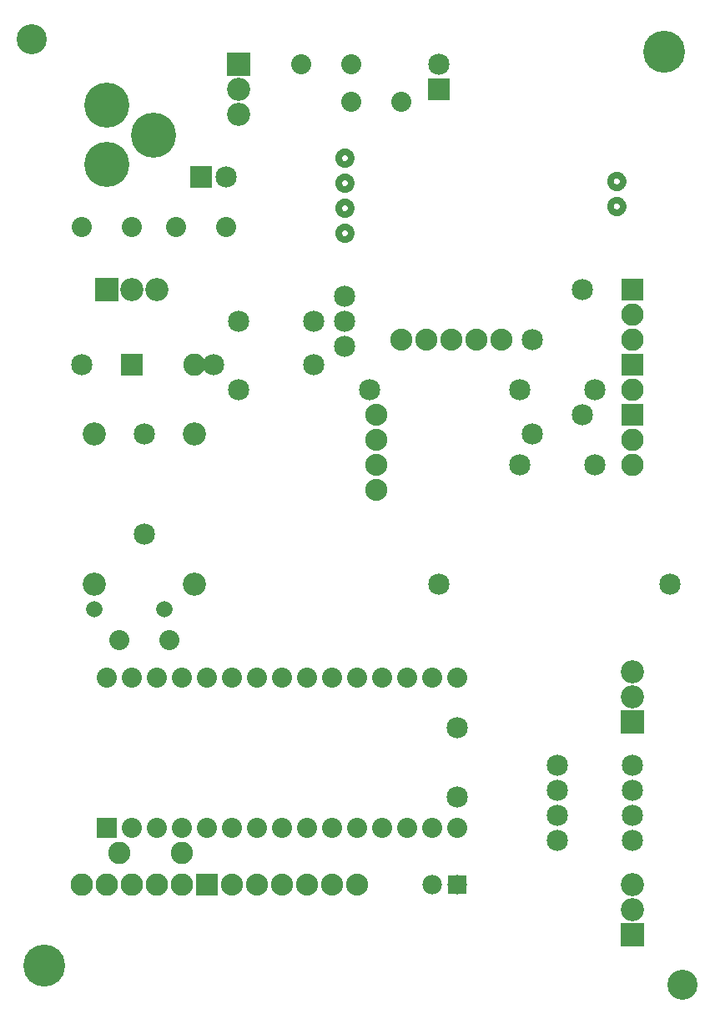
<source format=gts>
G04 MADE WITH FRITZING*
G04 WWW.FRITZING.ORG*
G04 DOUBLE SIDED*
G04 HOLES PLATED*
G04 CONTOUR ON CENTER OF CONTOUR VECTOR*
%ASAXBY*%
%FSLAX23Y23*%
%MOIN*%
%OFA0B0*%
%SFA1.0B1.0*%
%ADD10C,0.088740*%
%ADD11C,0.085000*%
%ADD12C,0.080000*%
%ADD13C,0.120236*%
%ADD14C,0.167480*%
%ADD15C,0.180000*%
%ADD16C,0.088000*%
%ADD17C,0.065433*%
%ADD18C,0.092000*%
%ADD19C,0.089370*%
%ADD20C,0.077559*%
%ADD21R,0.085000X0.085000*%
%ADD22R,0.092000X0.092000*%
%ADD23R,0.089370X0.089370*%
%ADD24R,0.077559X0.077559*%
%ADD25R,0.080000X0.079972*%
%ADD26R,0.001000X0.001000*%
%LNMASK1*%
G90*
G70*
G54D10*
X440Y595D03*
X690Y595D03*
G54D11*
X440Y595D03*
X690Y595D03*
G54D10*
X740Y2545D03*
G54D12*
X1365Y3745D03*
X1165Y3745D03*
X1565Y3595D03*
X1365Y3595D03*
X490Y3095D03*
X290Y3095D03*
X665Y3095D03*
X865Y3095D03*
X640Y1445D03*
X440Y1445D03*
G54D11*
X490Y2545D03*
X290Y2545D03*
X1715Y3645D03*
X1715Y3745D03*
X765Y3295D03*
X865Y3295D03*
X1790Y820D03*
X1790Y1095D03*
X815Y2545D03*
X1215Y2545D03*
X1715Y1670D03*
X2640Y1670D03*
X915Y2445D03*
X1440Y2445D03*
X2290Y2845D03*
X2290Y2345D03*
X2090Y2645D03*
X2090Y2270D03*
G54D13*
X90Y3845D03*
X2690Y70D03*
G54D14*
X140Y145D03*
X2615Y3795D03*
G54D15*
X390Y3345D03*
X390Y3581D03*
X575Y3463D03*
X390Y3345D03*
X390Y3581D03*
X575Y3463D03*
X390Y3345D03*
X390Y3581D03*
X575Y3463D03*
G54D16*
X1390Y470D03*
X1090Y470D03*
X1290Y470D03*
X990Y470D03*
X1190Y470D03*
X890Y470D03*
X1565Y2645D03*
X1665Y2645D03*
X1765Y2645D03*
X1965Y2645D03*
X1865Y2645D03*
X1465Y2145D03*
X1465Y2045D03*
X1465Y2345D03*
X1465Y2245D03*
G54D17*
X340Y1570D03*
X620Y1570D03*
X340Y1570D03*
X620Y1570D03*
G54D18*
X740Y2270D03*
X740Y1670D03*
G54D11*
X540Y1870D03*
X540Y2270D03*
G54D18*
X340Y2270D03*
X340Y1670D03*
X390Y2845D03*
X490Y2845D03*
X590Y2845D03*
X915Y3745D03*
X915Y3645D03*
X915Y3545D03*
G54D11*
X1340Y2820D03*
X1340Y2720D03*
X1340Y2620D03*
G54D18*
X2490Y270D03*
X2490Y370D03*
X2490Y470D03*
X2490Y1120D03*
X2490Y1220D03*
X2490Y1320D03*
G54D11*
X2490Y945D03*
X2190Y945D03*
X2490Y645D03*
X2190Y645D03*
X2490Y745D03*
X2190Y745D03*
X2490Y845D03*
X2190Y845D03*
X915Y2720D03*
X1215Y2720D03*
X2040Y2145D03*
X2340Y2145D03*
X2340Y2445D03*
X2040Y2445D03*
G54D19*
X790Y470D03*
X690Y470D03*
X590Y470D03*
X490Y470D03*
X390Y470D03*
X290Y470D03*
X2490Y2545D03*
X2490Y2445D03*
X2490Y2845D03*
X2490Y2745D03*
X2490Y2645D03*
G54D20*
X1790Y470D03*
X1690Y470D03*
G54D19*
X2490Y2345D03*
X2490Y2245D03*
X2490Y2145D03*
G54D12*
X390Y695D03*
X490Y695D03*
X590Y695D03*
X690Y695D03*
X790Y695D03*
X890Y695D03*
X990Y695D03*
X1090Y695D03*
X1190Y695D03*
X1290Y695D03*
X1390Y695D03*
X1490Y695D03*
X1590Y695D03*
X1690Y695D03*
X1790Y695D03*
X390Y1295D03*
X490Y1295D03*
X590Y1295D03*
X690Y1295D03*
X790Y1295D03*
X890Y1295D03*
X990Y1295D03*
X1090Y1295D03*
X1190Y1295D03*
X1290Y1295D03*
X1390Y1295D03*
X1490Y1295D03*
X1590Y1295D03*
X1690Y1295D03*
X1790Y1295D03*
G54D21*
X490Y2545D03*
X1715Y3645D03*
X765Y3295D03*
G54D22*
X390Y2845D03*
X915Y3745D03*
X2490Y270D03*
X2490Y1120D03*
G54D23*
X790Y470D03*
X2490Y2545D03*
X2490Y2845D03*
G54D24*
X1790Y470D03*
G54D23*
X2490Y2345D03*
G54D25*
X390Y695D03*
G54D26*
X1333Y3408D02*
X1347Y3408D01*
X1329Y3407D02*
X1351Y3407D01*
X1327Y3406D02*
X1353Y3406D01*
X1324Y3405D02*
X1356Y3405D01*
X1322Y3404D02*
X1358Y3404D01*
X1321Y3403D02*
X1359Y3403D01*
X1319Y3402D02*
X1361Y3402D01*
X1318Y3401D02*
X1362Y3401D01*
X1316Y3400D02*
X1364Y3400D01*
X1315Y3399D02*
X1365Y3399D01*
X1314Y3398D02*
X1366Y3398D01*
X1313Y3397D02*
X1367Y3397D01*
X1312Y3396D02*
X1368Y3396D01*
X1311Y3395D02*
X1369Y3395D01*
X1310Y3394D02*
X1370Y3394D01*
X1310Y3393D02*
X1370Y3393D01*
X1309Y3392D02*
X1371Y3392D01*
X1308Y3391D02*
X1372Y3391D01*
X1308Y3390D02*
X1372Y3390D01*
X1307Y3389D02*
X1373Y3389D01*
X1307Y3388D02*
X1373Y3388D01*
X1306Y3387D02*
X1374Y3387D01*
X1306Y3386D02*
X1374Y3386D01*
X1305Y3385D02*
X1375Y3385D01*
X1305Y3384D02*
X1375Y3384D01*
X1305Y3383D02*
X1376Y3383D01*
X1304Y3382D02*
X1338Y3382D01*
X1342Y3382D02*
X1376Y3382D01*
X1304Y3381D02*
X1334Y3381D01*
X1346Y3381D02*
X1376Y3381D01*
X1304Y3380D02*
X1333Y3380D01*
X1347Y3380D02*
X1376Y3380D01*
X1303Y3379D02*
X1332Y3379D01*
X1348Y3379D02*
X1377Y3379D01*
X1303Y3378D02*
X1331Y3378D01*
X1349Y3378D02*
X1377Y3378D01*
X1303Y3377D02*
X1330Y3377D01*
X1350Y3377D02*
X1377Y3377D01*
X1303Y3376D02*
X1329Y3376D01*
X1351Y3376D02*
X1377Y3376D01*
X1303Y3375D02*
X1329Y3375D01*
X1351Y3375D02*
X1377Y3375D01*
X1302Y3374D02*
X1328Y3374D01*
X1352Y3374D02*
X1378Y3374D01*
X1302Y3373D02*
X1328Y3373D01*
X1352Y3373D02*
X1378Y3373D01*
X1302Y3372D02*
X1328Y3372D01*
X1352Y3372D02*
X1378Y3372D01*
X1302Y3371D02*
X1328Y3371D01*
X1352Y3371D02*
X1378Y3371D01*
X1302Y3370D02*
X1328Y3370D01*
X1352Y3370D02*
X1378Y3370D01*
X1302Y3369D02*
X1328Y3369D01*
X1352Y3369D02*
X1378Y3369D01*
X1302Y3368D02*
X1328Y3368D01*
X1352Y3368D02*
X1378Y3368D01*
X1302Y3367D02*
X1328Y3367D01*
X1352Y3367D02*
X1378Y3367D01*
X1303Y3366D02*
X1329Y3366D01*
X1351Y3366D02*
X1377Y3366D01*
X1303Y3365D02*
X1329Y3365D01*
X1351Y3365D02*
X1377Y3365D01*
X1303Y3364D02*
X1330Y3364D01*
X1350Y3364D02*
X1377Y3364D01*
X1303Y3363D02*
X1331Y3363D01*
X1349Y3363D02*
X1377Y3363D01*
X1303Y3362D02*
X1332Y3362D01*
X1348Y3362D02*
X1377Y3362D01*
X1304Y3361D02*
X1333Y3361D01*
X1347Y3361D02*
X1376Y3361D01*
X1304Y3360D02*
X1334Y3360D01*
X1346Y3360D02*
X1376Y3360D01*
X1304Y3359D02*
X1338Y3359D01*
X1342Y3359D02*
X1376Y3359D01*
X1305Y3358D02*
X1376Y3358D01*
X1305Y3357D02*
X1375Y3357D01*
X1305Y3356D02*
X1375Y3356D01*
X1306Y3355D02*
X1374Y3355D01*
X1306Y3354D02*
X1374Y3354D01*
X1307Y3353D02*
X1373Y3353D01*
X1307Y3352D02*
X1373Y3352D01*
X1308Y3351D02*
X1372Y3351D01*
X1308Y3350D02*
X1372Y3350D01*
X1309Y3349D02*
X1371Y3349D01*
X1310Y3348D02*
X1370Y3348D01*
X1310Y3347D02*
X1370Y3347D01*
X1311Y3346D02*
X1369Y3346D01*
X1312Y3345D02*
X1368Y3345D01*
X1313Y3344D02*
X1367Y3344D01*
X1314Y3343D02*
X1366Y3343D01*
X1315Y3342D02*
X1365Y3342D01*
X1316Y3341D02*
X1364Y3341D01*
X1318Y3340D02*
X1362Y3340D01*
X1319Y3339D02*
X1361Y3339D01*
X1321Y3338D02*
X1359Y3338D01*
X1322Y3337D02*
X1358Y3337D01*
X1324Y3336D02*
X1356Y3336D01*
X1327Y3335D02*
X1353Y3335D01*
X1329Y3334D02*
X1351Y3334D01*
X1333Y3333D02*
X1347Y3333D01*
X2420Y3315D02*
X2433Y3315D01*
X2416Y3314D02*
X2437Y3314D01*
X2413Y3313D02*
X2440Y3313D01*
X2411Y3312D02*
X2442Y3312D01*
X2409Y3311D02*
X2444Y3311D01*
X2407Y3310D02*
X2446Y3310D01*
X2405Y3309D02*
X2447Y3309D01*
X1333Y3308D02*
X1347Y3308D01*
X2404Y3308D02*
X2449Y3308D01*
X1329Y3307D02*
X1351Y3307D01*
X2403Y3307D02*
X2450Y3307D01*
X1327Y3306D02*
X1353Y3306D01*
X2402Y3306D02*
X2451Y3306D01*
X1324Y3305D02*
X1356Y3305D01*
X2400Y3305D02*
X2452Y3305D01*
X1322Y3304D02*
X1358Y3304D01*
X2399Y3304D02*
X2453Y3304D01*
X1321Y3303D02*
X1359Y3303D01*
X2399Y3303D02*
X2454Y3303D01*
X1319Y3302D02*
X1361Y3302D01*
X2398Y3302D02*
X2455Y3302D01*
X1318Y3301D02*
X1362Y3301D01*
X2397Y3301D02*
X2456Y3301D01*
X1316Y3300D02*
X1364Y3300D01*
X2396Y3300D02*
X2457Y3300D01*
X1315Y3299D02*
X1365Y3299D01*
X2395Y3299D02*
X2457Y3299D01*
X1314Y3298D02*
X1366Y3298D01*
X2395Y3298D02*
X2458Y3298D01*
X1313Y3297D02*
X1367Y3297D01*
X2394Y3297D02*
X2459Y3297D01*
X1312Y3296D02*
X1368Y3296D01*
X2394Y3296D02*
X2459Y3296D01*
X1311Y3295D02*
X1369Y3295D01*
X2393Y3295D02*
X2460Y3295D01*
X1310Y3294D02*
X1370Y3294D01*
X2393Y3294D02*
X2460Y3294D01*
X1310Y3293D02*
X1370Y3293D01*
X2392Y3293D02*
X2461Y3293D01*
X1309Y3292D02*
X1371Y3292D01*
X2392Y3292D02*
X2461Y3292D01*
X1308Y3291D02*
X1372Y3291D01*
X2391Y3291D02*
X2462Y3291D01*
X1308Y3290D02*
X1372Y3290D01*
X2391Y3290D02*
X2462Y3290D01*
X1307Y3289D02*
X1373Y3289D01*
X2391Y3289D02*
X2425Y3289D01*
X2428Y3289D02*
X2462Y3289D01*
X1307Y3288D02*
X1373Y3288D01*
X2390Y3288D02*
X2421Y3288D01*
X2432Y3288D02*
X2463Y3288D01*
X1306Y3287D02*
X1374Y3287D01*
X2390Y3287D02*
X2419Y3287D01*
X2434Y3287D02*
X2463Y3287D01*
X1306Y3286D02*
X1374Y3286D01*
X2390Y3286D02*
X2418Y3286D01*
X2435Y3286D02*
X2463Y3286D01*
X1305Y3285D02*
X1375Y3285D01*
X2390Y3285D02*
X2417Y3285D01*
X2436Y3285D02*
X2463Y3285D01*
X1305Y3284D02*
X1375Y3284D01*
X2389Y3284D02*
X2416Y3284D01*
X2437Y3284D02*
X2464Y3284D01*
X1305Y3283D02*
X1376Y3283D01*
X2389Y3283D02*
X2416Y3283D01*
X2437Y3283D02*
X2464Y3283D01*
X1304Y3282D02*
X1338Y3282D01*
X1342Y3282D02*
X1376Y3282D01*
X2389Y3282D02*
X2415Y3282D01*
X2438Y3282D02*
X2464Y3282D01*
X1304Y3281D02*
X1334Y3281D01*
X1346Y3281D02*
X1376Y3281D01*
X2389Y3281D02*
X2415Y3281D01*
X2438Y3281D02*
X2464Y3281D01*
X1304Y3280D02*
X1333Y3280D01*
X1347Y3280D02*
X1376Y3280D01*
X2389Y3280D02*
X2415Y3280D01*
X2438Y3280D02*
X2464Y3280D01*
X1303Y3279D02*
X1332Y3279D01*
X1348Y3279D02*
X1377Y3279D01*
X2389Y3279D02*
X2414Y3279D01*
X2438Y3279D02*
X2464Y3279D01*
X1303Y3278D02*
X1331Y3278D01*
X1349Y3278D02*
X1377Y3278D01*
X2389Y3278D02*
X2414Y3278D01*
X2439Y3278D02*
X2464Y3278D01*
X1303Y3277D02*
X1330Y3277D01*
X1350Y3277D02*
X1377Y3277D01*
X2389Y3277D02*
X2414Y3277D01*
X2439Y3277D02*
X2464Y3277D01*
X1303Y3276D02*
X1329Y3276D01*
X1351Y3276D02*
X1377Y3276D01*
X2389Y3276D02*
X2414Y3276D01*
X2438Y3276D02*
X2464Y3276D01*
X1303Y3275D02*
X1329Y3275D01*
X1351Y3275D02*
X1377Y3275D01*
X2389Y3275D02*
X2415Y3275D01*
X2438Y3275D02*
X2464Y3275D01*
X1302Y3274D02*
X1328Y3274D01*
X1352Y3274D02*
X1378Y3274D01*
X2389Y3274D02*
X2415Y3274D01*
X2438Y3274D02*
X2464Y3274D01*
X1302Y3273D02*
X1328Y3273D01*
X1352Y3273D02*
X1378Y3273D01*
X2389Y3273D02*
X2415Y3273D01*
X2438Y3273D02*
X2464Y3273D01*
X1302Y3272D02*
X1328Y3272D01*
X1352Y3272D02*
X1378Y3272D01*
X2389Y3272D02*
X2416Y3272D01*
X2437Y3272D02*
X2464Y3272D01*
X1302Y3271D02*
X1328Y3271D01*
X1352Y3271D02*
X1378Y3271D01*
X2389Y3271D02*
X2416Y3271D01*
X2437Y3271D02*
X2464Y3271D01*
X1302Y3270D02*
X1328Y3270D01*
X1352Y3270D02*
X1378Y3270D01*
X2390Y3270D02*
X2417Y3270D01*
X2436Y3270D02*
X2463Y3270D01*
X1302Y3269D02*
X1328Y3269D01*
X1352Y3269D02*
X1378Y3269D01*
X2390Y3269D02*
X2418Y3269D01*
X2435Y3269D02*
X2463Y3269D01*
X1302Y3268D02*
X1328Y3268D01*
X1352Y3268D02*
X1378Y3268D01*
X2390Y3268D02*
X2419Y3268D01*
X2434Y3268D02*
X2463Y3268D01*
X1302Y3267D02*
X1328Y3267D01*
X1352Y3267D02*
X1378Y3267D01*
X2390Y3267D02*
X2421Y3267D01*
X2432Y3267D02*
X2463Y3267D01*
X1303Y3266D02*
X1329Y3266D01*
X1351Y3266D02*
X1377Y3266D01*
X2391Y3266D02*
X2424Y3266D01*
X2429Y3266D02*
X2462Y3266D01*
X1303Y3265D02*
X1329Y3265D01*
X1351Y3265D02*
X1377Y3265D01*
X2391Y3265D02*
X2462Y3265D01*
X1303Y3264D02*
X1330Y3264D01*
X1350Y3264D02*
X1377Y3264D01*
X2391Y3264D02*
X2462Y3264D01*
X1303Y3263D02*
X1331Y3263D01*
X1349Y3263D02*
X1377Y3263D01*
X2392Y3263D02*
X2461Y3263D01*
X1303Y3262D02*
X1332Y3262D01*
X1348Y3262D02*
X1377Y3262D01*
X2392Y3262D02*
X2461Y3262D01*
X1304Y3261D02*
X1333Y3261D01*
X1347Y3261D02*
X1376Y3261D01*
X2393Y3261D02*
X2460Y3261D01*
X1304Y3260D02*
X1334Y3260D01*
X1346Y3260D02*
X1376Y3260D01*
X2393Y3260D02*
X2460Y3260D01*
X1304Y3259D02*
X1338Y3259D01*
X1342Y3259D02*
X1376Y3259D01*
X2394Y3259D02*
X2459Y3259D01*
X1305Y3258D02*
X1376Y3258D01*
X2394Y3258D02*
X2459Y3258D01*
X1305Y3257D02*
X1375Y3257D01*
X2395Y3257D02*
X2458Y3257D01*
X1305Y3256D02*
X1375Y3256D01*
X2395Y3256D02*
X2458Y3256D01*
X1306Y3255D02*
X1374Y3255D01*
X2396Y3255D02*
X2457Y3255D01*
X1306Y3254D02*
X1374Y3254D01*
X2397Y3254D02*
X2456Y3254D01*
X1307Y3253D02*
X1373Y3253D01*
X2398Y3253D02*
X2455Y3253D01*
X1307Y3252D02*
X1373Y3252D01*
X2399Y3252D02*
X2454Y3252D01*
X1308Y3251D02*
X1372Y3251D01*
X2399Y3251D02*
X2454Y3251D01*
X1308Y3250D02*
X1372Y3250D01*
X2400Y3250D02*
X2453Y3250D01*
X1309Y3249D02*
X1371Y3249D01*
X2401Y3249D02*
X2451Y3249D01*
X1310Y3248D02*
X1370Y3248D01*
X2403Y3248D02*
X2450Y3248D01*
X1310Y3247D02*
X1370Y3247D01*
X2404Y3247D02*
X2449Y3247D01*
X1311Y3246D02*
X1369Y3246D01*
X2405Y3246D02*
X2448Y3246D01*
X1312Y3245D02*
X1368Y3245D01*
X2407Y3245D02*
X2446Y3245D01*
X1313Y3244D02*
X1367Y3244D01*
X2409Y3244D02*
X2444Y3244D01*
X1314Y3243D02*
X1366Y3243D01*
X2411Y3243D02*
X2442Y3243D01*
X1315Y3242D02*
X1365Y3242D01*
X2413Y3242D02*
X2440Y3242D01*
X1316Y3241D02*
X1364Y3241D01*
X2416Y3241D02*
X2437Y3241D01*
X1318Y3240D02*
X1362Y3240D01*
X2420Y3240D02*
X2433Y3240D01*
X1319Y3239D02*
X1361Y3239D01*
X1321Y3238D02*
X1360Y3238D01*
X1322Y3237D02*
X1358Y3237D01*
X1324Y3236D02*
X1356Y3236D01*
X1327Y3235D02*
X1353Y3235D01*
X1329Y3234D02*
X1351Y3234D01*
X1333Y3233D02*
X1347Y3233D01*
X2420Y3215D02*
X2433Y3215D01*
X2416Y3214D02*
X2437Y3214D01*
X2413Y3213D02*
X2440Y3213D01*
X2411Y3212D02*
X2442Y3212D01*
X2409Y3211D02*
X2444Y3211D01*
X2407Y3210D02*
X2446Y3210D01*
X2405Y3209D02*
X2447Y3209D01*
X1333Y3208D02*
X1347Y3208D01*
X2404Y3208D02*
X2449Y3208D01*
X1329Y3207D02*
X1351Y3207D01*
X2403Y3207D02*
X2450Y3207D01*
X1327Y3206D02*
X1353Y3206D01*
X2402Y3206D02*
X2451Y3206D01*
X1324Y3205D02*
X1356Y3205D01*
X2400Y3205D02*
X2452Y3205D01*
X1322Y3204D02*
X1358Y3204D01*
X2399Y3204D02*
X2453Y3204D01*
X1321Y3203D02*
X1359Y3203D01*
X2399Y3203D02*
X2454Y3203D01*
X1319Y3202D02*
X1361Y3202D01*
X2398Y3202D02*
X2455Y3202D01*
X1318Y3201D02*
X1362Y3201D01*
X2397Y3201D02*
X2456Y3201D01*
X1316Y3200D02*
X1364Y3200D01*
X2396Y3200D02*
X2457Y3200D01*
X1315Y3199D02*
X1365Y3199D01*
X2395Y3199D02*
X2457Y3199D01*
X1314Y3198D02*
X1366Y3198D01*
X2395Y3198D02*
X2458Y3198D01*
X1313Y3197D02*
X1367Y3197D01*
X2394Y3197D02*
X2459Y3197D01*
X1312Y3196D02*
X1368Y3196D01*
X2394Y3196D02*
X2459Y3196D01*
X1311Y3195D02*
X1369Y3195D01*
X2393Y3195D02*
X2460Y3195D01*
X1310Y3194D02*
X1370Y3194D01*
X2393Y3194D02*
X2460Y3194D01*
X1310Y3193D02*
X1370Y3193D01*
X2392Y3193D02*
X2461Y3193D01*
X1309Y3192D02*
X1371Y3192D01*
X2392Y3192D02*
X2461Y3192D01*
X1308Y3191D02*
X1372Y3191D01*
X2391Y3191D02*
X2462Y3191D01*
X1308Y3190D02*
X1372Y3190D01*
X2391Y3190D02*
X2462Y3190D01*
X1307Y3189D02*
X1373Y3189D01*
X2391Y3189D02*
X2425Y3189D01*
X2428Y3189D02*
X2462Y3189D01*
X1307Y3188D02*
X1373Y3188D01*
X2390Y3188D02*
X2421Y3188D01*
X2432Y3188D02*
X2463Y3188D01*
X1306Y3187D02*
X1374Y3187D01*
X2390Y3187D02*
X2419Y3187D01*
X2434Y3187D02*
X2463Y3187D01*
X1306Y3186D02*
X1374Y3186D01*
X2390Y3186D02*
X2418Y3186D01*
X2435Y3186D02*
X2463Y3186D01*
X1305Y3185D02*
X1375Y3185D01*
X2390Y3185D02*
X2417Y3185D01*
X2436Y3185D02*
X2463Y3185D01*
X1305Y3184D02*
X1375Y3184D01*
X2389Y3184D02*
X2416Y3184D01*
X2437Y3184D02*
X2464Y3184D01*
X1305Y3183D02*
X1376Y3183D01*
X2389Y3183D02*
X2416Y3183D01*
X2437Y3183D02*
X2464Y3183D01*
X1304Y3182D02*
X1339Y3182D01*
X1341Y3182D02*
X1376Y3182D01*
X2389Y3182D02*
X2415Y3182D01*
X2438Y3182D02*
X2464Y3182D01*
X1304Y3181D02*
X1335Y3181D01*
X1346Y3181D02*
X1376Y3181D01*
X2389Y3181D02*
X2415Y3181D01*
X2438Y3181D02*
X2464Y3181D01*
X1304Y3180D02*
X1333Y3180D01*
X1347Y3180D02*
X1376Y3180D01*
X2389Y3180D02*
X2415Y3180D01*
X2438Y3180D02*
X2464Y3180D01*
X1303Y3179D02*
X1332Y3179D01*
X1348Y3179D02*
X1377Y3179D01*
X2389Y3179D02*
X2414Y3179D01*
X2438Y3179D02*
X2464Y3179D01*
X1303Y3178D02*
X1331Y3178D01*
X1349Y3178D02*
X1377Y3178D01*
X2389Y3178D02*
X2414Y3178D01*
X2439Y3178D02*
X2464Y3178D01*
X1303Y3177D02*
X1330Y3177D01*
X1350Y3177D02*
X1377Y3177D01*
X2389Y3177D02*
X2414Y3177D01*
X2439Y3177D02*
X2464Y3177D01*
X1303Y3176D02*
X1329Y3176D01*
X1351Y3176D02*
X1377Y3176D01*
X2389Y3176D02*
X2414Y3176D01*
X2438Y3176D02*
X2464Y3176D01*
X1303Y3175D02*
X1329Y3175D01*
X1351Y3175D02*
X1377Y3175D01*
X2389Y3175D02*
X2415Y3175D01*
X2438Y3175D02*
X2464Y3175D01*
X1302Y3174D02*
X1328Y3174D01*
X1352Y3174D02*
X1378Y3174D01*
X2389Y3174D02*
X2415Y3174D01*
X2438Y3174D02*
X2464Y3174D01*
X1302Y3173D02*
X1328Y3173D01*
X1352Y3173D02*
X1378Y3173D01*
X2389Y3173D02*
X2415Y3173D01*
X2438Y3173D02*
X2464Y3173D01*
X1302Y3172D02*
X1328Y3172D01*
X1352Y3172D02*
X1378Y3172D01*
X2389Y3172D02*
X2416Y3172D01*
X2437Y3172D02*
X2464Y3172D01*
X1302Y3171D02*
X1328Y3171D01*
X1352Y3171D02*
X1378Y3171D01*
X2389Y3171D02*
X2416Y3171D01*
X2437Y3171D02*
X2464Y3171D01*
X1302Y3170D02*
X1328Y3170D01*
X1352Y3170D02*
X1378Y3170D01*
X2390Y3170D02*
X2417Y3170D01*
X2436Y3170D02*
X2463Y3170D01*
X1302Y3169D02*
X1328Y3169D01*
X1352Y3169D02*
X1378Y3169D01*
X2390Y3169D02*
X2418Y3169D01*
X2435Y3169D02*
X2463Y3169D01*
X1302Y3168D02*
X1328Y3168D01*
X1352Y3168D02*
X1378Y3168D01*
X2390Y3168D02*
X2419Y3168D01*
X2434Y3168D02*
X2463Y3168D01*
X1302Y3167D02*
X1328Y3167D01*
X1352Y3167D02*
X1378Y3167D01*
X2390Y3167D02*
X2421Y3167D01*
X2432Y3167D02*
X2463Y3167D01*
X1303Y3166D02*
X1329Y3166D01*
X1351Y3166D02*
X1377Y3166D01*
X2391Y3166D02*
X2424Y3166D01*
X2429Y3166D02*
X2462Y3166D01*
X1303Y3165D02*
X1329Y3165D01*
X1351Y3165D02*
X1377Y3165D01*
X2391Y3165D02*
X2462Y3165D01*
X1303Y3164D02*
X1330Y3164D01*
X1350Y3164D02*
X1377Y3164D01*
X2391Y3164D02*
X2462Y3164D01*
X1303Y3163D02*
X1331Y3163D01*
X1349Y3163D02*
X1377Y3163D01*
X2392Y3163D02*
X2461Y3163D01*
X1303Y3162D02*
X1332Y3162D01*
X1348Y3162D02*
X1377Y3162D01*
X2392Y3162D02*
X2461Y3162D01*
X1304Y3161D02*
X1333Y3161D01*
X1347Y3161D02*
X1376Y3161D01*
X2393Y3161D02*
X2460Y3161D01*
X1304Y3160D02*
X1334Y3160D01*
X1346Y3160D02*
X1376Y3160D01*
X2393Y3160D02*
X2460Y3160D01*
X1304Y3159D02*
X1338Y3159D01*
X1342Y3159D02*
X1376Y3159D01*
X2394Y3159D02*
X2459Y3159D01*
X1305Y3158D02*
X1376Y3158D01*
X2394Y3158D02*
X2459Y3158D01*
X1305Y3157D02*
X1375Y3157D01*
X2395Y3157D02*
X2458Y3157D01*
X1305Y3156D02*
X1375Y3156D01*
X2395Y3156D02*
X2458Y3156D01*
X1306Y3155D02*
X1374Y3155D01*
X2396Y3155D02*
X2457Y3155D01*
X1306Y3154D02*
X1374Y3154D01*
X2397Y3154D02*
X2456Y3154D01*
X1307Y3153D02*
X1373Y3153D01*
X2398Y3153D02*
X2455Y3153D01*
X1307Y3152D02*
X1373Y3152D01*
X2398Y3152D02*
X2454Y3152D01*
X1308Y3151D02*
X1372Y3151D01*
X2399Y3151D02*
X2454Y3151D01*
X1308Y3150D02*
X1372Y3150D01*
X2400Y3150D02*
X2453Y3150D01*
X1309Y3149D02*
X1371Y3149D01*
X2401Y3149D02*
X2451Y3149D01*
X1310Y3148D02*
X1370Y3148D01*
X2403Y3148D02*
X2450Y3148D01*
X1310Y3147D02*
X1370Y3147D01*
X2404Y3147D02*
X2449Y3147D01*
X1311Y3146D02*
X1369Y3146D01*
X2405Y3146D02*
X2448Y3146D01*
X1312Y3145D02*
X1368Y3145D01*
X2407Y3145D02*
X2446Y3145D01*
X1313Y3144D02*
X1367Y3144D01*
X2409Y3144D02*
X2444Y3144D01*
X1314Y3143D02*
X1366Y3143D01*
X2411Y3143D02*
X2442Y3143D01*
X1315Y3142D02*
X1365Y3142D01*
X2413Y3142D02*
X2440Y3142D01*
X1316Y3141D02*
X1364Y3141D01*
X2416Y3141D02*
X2437Y3141D01*
X1318Y3140D02*
X1363Y3140D01*
X2420Y3140D02*
X2433Y3140D01*
X1319Y3139D02*
X1361Y3139D01*
X1321Y3138D02*
X1360Y3138D01*
X1322Y3137D02*
X1358Y3137D01*
X1324Y3136D02*
X1356Y3136D01*
X1327Y3135D02*
X1354Y3135D01*
X1329Y3134D02*
X1351Y3134D01*
X1333Y3133D02*
X1347Y3133D01*
X1333Y3108D02*
X1347Y3108D01*
X1329Y3107D02*
X1351Y3107D01*
X1327Y3106D02*
X1353Y3106D01*
X1324Y3105D02*
X1356Y3105D01*
X1322Y3104D02*
X1358Y3104D01*
X1321Y3103D02*
X1359Y3103D01*
X1319Y3102D02*
X1361Y3102D01*
X1318Y3101D02*
X1362Y3101D01*
X1316Y3100D02*
X1364Y3100D01*
X1315Y3099D02*
X1365Y3099D01*
X1314Y3098D02*
X1366Y3098D01*
X1313Y3097D02*
X1367Y3097D01*
X1312Y3096D02*
X1368Y3096D01*
X1311Y3095D02*
X1369Y3095D01*
X1310Y3094D02*
X1370Y3094D01*
X1310Y3093D02*
X1370Y3093D01*
X1309Y3092D02*
X1371Y3092D01*
X1308Y3091D02*
X1372Y3091D01*
X1308Y3090D02*
X1372Y3090D01*
X1307Y3089D02*
X1373Y3089D01*
X1307Y3088D02*
X1373Y3088D01*
X1306Y3087D02*
X1374Y3087D01*
X1306Y3086D02*
X1374Y3086D01*
X1305Y3085D02*
X1375Y3085D01*
X1305Y3084D02*
X1375Y3084D01*
X1305Y3083D02*
X1376Y3083D01*
X1304Y3082D02*
X1338Y3082D01*
X1342Y3082D02*
X1376Y3082D01*
X1304Y3081D02*
X1334Y3081D01*
X1346Y3081D02*
X1376Y3081D01*
X1304Y3080D02*
X1333Y3080D01*
X1347Y3080D02*
X1376Y3080D01*
X1303Y3079D02*
X1332Y3079D01*
X1348Y3079D02*
X1377Y3079D01*
X1303Y3078D02*
X1331Y3078D01*
X1349Y3078D02*
X1377Y3078D01*
X1303Y3077D02*
X1330Y3077D01*
X1350Y3077D02*
X1377Y3077D01*
X1303Y3076D02*
X1329Y3076D01*
X1351Y3076D02*
X1377Y3076D01*
X1303Y3075D02*
X1329Y3075D01*
X1351Y3075D02*
X1377Y3075D01*
X1302Y3074D02*
X1328Y3074D01*
X1352Y3074D02*
X1378Y3074D01*
X1302Y3073D02*
X1328Y3073D01*
X1352Y3073D02*
X1378Y3073D01*
X1302Y3072D02*
X1328Y3072D01*
X1352Y3072D02*
X1378Y3072D01*
X1302Y3071D02*
X1328Y3071D01*
X1352Y3071D02*
X1378Y3071D01*
X1302Y3070D02*
X1328Y3070D01*
X1352Y3070D02*
X1378Y3070D01*
X1302Y3069D02*
X1328Y3069D01*
X1352Y3069D02*
X1378Y3069D01*
X1302Y3068D02*
X1328Y3068D01*
X1352Y3068D02*
X1378Y3068D01*
X1302Y3067D02*
X1328Y3067D01*
X1352Y3067D02*
X1378Y3067D01*
X1303Y3066D02*
X1329Y3066D01*
X1351Y3066D02*
X1377Y3066D01*
X1303Y3065D02*
X1329Y3065D01*
X1351Y3065D02*
X1377Y3065D01*
X1303Y3064D02*
X1330Y3064D01*
X1350Y3064D02*
X1377Y3064D01*
X1303Y3063D02*
X1331Y3063D01*
X1349Y3063D02*
X1377Y3063D01*
X1303Y3062D02*
X1332Y3062D01*
X1348Y3062D02*
X1377Y3062D01*
X1304Y3061D02*
X1333Y3061D01*
X1347Y3061D02*
X1376Y3061D01*
X1304Y3060D02*
X1334Y3060D01*
X1346Y3060D02*
X1376Y3060D01*
X1304Y3059D02*
X1338Y3059D01*
X1342Y3059D02*
X1376Y3059D01*
X1305Y3058D02*
X1376Y3058D01*
X1305Y3057D02*
X1375Y3057D01*
X1305Y3056D02*
X1375Y3056D01*
X1306Y3055D02*
X1374Y3055D01*
X1306Y3054D02*
X1374Y3054D01*
X1307Y3053D02*
X1373Y3053D01*
X1307Y3052D02*
X1373Y3052D01*
X1308Y3051D02*
X1372Y3051D01*
X1308Y3050D02*
X1372Y3050D01*
X1309Y3049D02*
X1371Y3049D01*
X1310Y3048D02*
X1370Y3048D01*
X1310Y3047D02*
X1370Y3047D01*
X1311Y3046D02*
X1369Y3046D01*
X1312Y3045D02*
X1368Y3045D01*
X1313Y3044D02*
X1367Y3044D01*
X1314Y3043D02*
X1366Y3043D01*
X1315Y3042D02*
X1365Y3042D01*
X1316Y3041D02*
X1364Y3041D01*
X1318Y3040D02*
X1362Y3040D01*
X1319Y3039D02*
X1361Y3039D01*
X1321Y3038D02*
X1360Y3038D01*
X1322Y3037D02*
X1358Y3037D01*
X1324Y3036D02*
X1356Y3036D01*
X1327Y3035D02*
X1353Y3035D01*
X1329Y3034D02*
X1351Y3034D01*
X1333Y3033D02*
X1347Y3033D01*
D02*
G04 End of Mask1*
M02*
</source>
